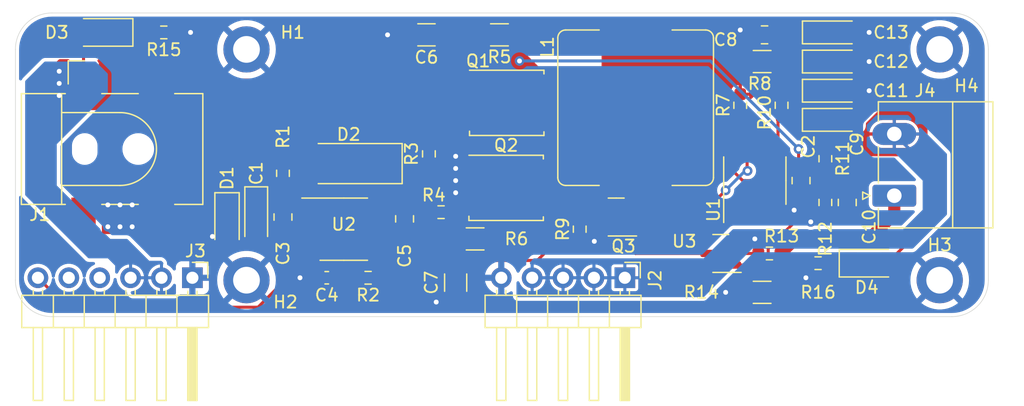
<source format=kicad_pcb>
(kicad_pcb (version 20211014) (generator pcbnew)
  (layers (0 "F.Cu" signal) (31 "B.Cu" signal) (34 "B.Paste" user) (35 "F.Paste" user) (36 "B.SilkS" user "B.Silkscreen") (37 "F.SilkS" user "F.Silkscreen") (38 "B.Mask" user) (39 "F.Mask" user) (44 "Edge.Cuts" user))
  (net 0 "")
  (net 1 "GND")
  (net 2 "Net-(C1-Pad1)")
  (net 3 "Net-(C5-Pad1)")
  (net 4 "/Uout")
  (net 5 "Net-(C7-Pad1)")
  (net 6 "+VDC")
  (net 7 "Net-(C6-Pad1)")
  (net 8 "Net-(L1-Pad2)")
  (net 9 "Net-(L1-Pad1)")
  (net 10 "Net-(Q1-Pad4)")
  (net 11 "/Ufb")
  (net 12 "Net-(Q3-Pad2)")
  (net 13 "Net-(Q3-Pad1)")
  (net 14 "Net-(R3-Pad1)")
  (net 15 "Net-(C4-Pad1)")
  (net 16 "Net-(C5-Pad2)")
  (net 17 "/Uref")
  (net 18 "Net-(J4-Pad1)")
  (net 19 "Net-(R4-Pad1)")
  (net 20 "Net-(R10-Pad2)")
  (net 24 "/RC")
  (net 25 "Net-(D3-Pad1)")
  (net 26 "Net-(D4-Pad1)")
  (net 27 "Net-(R4-Pad2)")
  (footprint "Capacitor_Tantalum_SMD:CP_EIA-3216-18_Kemet-A_Pad1.58x1.35mm_HandSolder" (layer "F.Cu") (at 108.8 105.8 -90)
    (fp_text reference "C1" (at -3.6 0 -90) (layer "F.SilkS"))
    (fp_text value "10u/20V")
    (pad "1" smd roundrect (at -1.4375 0 270) (size 1.575 1.35) (layers "F.Cu" "F.Paste" "F.Mask") (roundrect_rratio 0.185185) (net 2 "Net-(C1-Pad1)"))
    (pad "2" smd roundrect (at 1.4375 0 270) (size 1.575 1.35) (layers "F.Cu" "F.Paste" "F.Mask") (roundrect_rratio 0.185185) (net 1 "GND"))
  )
  (footprint "Capacitor_SMD:C_0805_2012Metric_Pad1.18x1.45mm_HandSolder" (layer "F.Cu") (at 111 105.8 -90)
    (fp_text reference "C3" (at 3 0 -90) (layer "F.SilkS"))
    (fp_text value "100n")
    (pad "1" smd roundrect (at -1.0375 0 270) (size 1.175 1.45) (layers "F.Cu" "F.Paste" "F.Mask") (roundrect_rratio 0.212766) (net 2 "Net-(C1-Pad1)"))
    (pad "2" smd roundrect (at 1.0375 0 270) (size 1.175 1.45) (layers "F.Cu" "F.Paste" "F.Mask") (roundrect_rratio 0.212766) (net 1 "GND"))
  )
  (footprint "Capacitor_SMD:C_0805_2012Metric_Pad1.18x1.45mm_HandSolder" (layer "F.Cu") (at 150.6 90.8 180)
    (fp_text reference "C8" (at 3.2 -0.4 180) (layer "F.SilkS"))
    (fp_text value "1u")
    (pad "1" smd roundrect (at -1.0375 0 180) (size 1.175 1.45) (layers "F.Cu" "F.Paste" "F.Mask") (roundrect_rratio 0.212766) (net 4 "/Uout"))
    (pad "2" smd roundrect (at 1.0375 0 180) (size 1.175 1.45) (layers "F.Cu" "F.Paste" "F.Mask") (roundrect_rratio 0.212766) (net 1 "GND"))
  )
  (footprint "Capacitor_SMD:C_0805_2012Metric_Pad1.18x1.45mm_HandSolder" (layer "F.Cu") (at 153.6 102.8 -90)
    (fp_text reference "C2" (at -2.8 -0.6 -90) (layer "F.SilkS"))
    (fp_text value "100n")
    (pad "1" smd roundrect (at -1.0375 0 270) (size 1.175 1.45) (layers "F.Cu" "F.Paste" "F.Mask") (roundrect_rratio 0.212766) (net 6 "+VDC"))
    (pad "2" smd roundrect (at 1.0375 0 270) (size 1.175 1.45) (layers "F.Cu" "F.Paste" "F.Mask") (roundrect_rratio 0.212766) (net 1 "GND"))
  )
  (footprint "Capacitor_SMD:C_0603_1608Metric_Pad1.08x0.95mm_HandSolder" (layer "F.Cu") (at 114.6 110.8 180)
    (fp_text reference "C4" (at 0 -1.43) (layer "F.SilkS"))
    (fp_text value "1n")
    (pad "1" smd roundrect (at -0.8625 0 180) (size 1.075 0.95) (layers "F.Cu" "F.Paste" "F.Mask") (net 15 "Net-(C4-Pad1)"))
    (pad "2" smd roundrect (at 0.8625 0 180) (size 1.075 0.95) (layers "F.Cu" "F.Paste" "F.Mask") (net 1 "GND"))
  )
  (footprint "Diode_SMD:D_SMA_Handsoldering" (layer "F.Cu") (at 116.4 101.4 180)
    (fp_text reference "D2" (at 0 2.4) (layer "F.SilkS"))
    (fp_text value "HS1J")
    (pad "1" smd rect (at -2.5 0 180) (size 3.5 1.8) (layers "F.Cu" "F.Paste" "F.Mask") (net 3 "Net-(C5-Pad1)"))
    (pad "2" smd rect (at 2.5 0 180) (size 3.5 1.8) (layers "F.Cu" "F.Paste" "F.Mask") (net 2 "Net-(C1-Pad1)"))
  )
  (footprint "Diode_SMD:D_SOD-123F" (layer "F.Cu") (at 106.4 106 -90)
    (fp_text reference "D1" (at -3.4 0 90) (layer "F.SilkS"))
    (fp_text value "15V")
    (pad "1" smd rect (at -1.4 0 270) (size 1.1 1.1) (layers "F.Cu" "F.Paste" "F.Mask") (net 2 "Net-(C1-Pad1)"))
    (pad "2" smd rect (at 1.4 0 270) (size 1.1 1.1) (layers "F.Cu" "F.Paste" "F.Mask") (net 1 "GND"))
  )
  (footprint "Connector_Phoenix_MC_HighVoltage:PhoenixContact_MC_1,5_2-G-5.08_1x02_P5.08mm_Horizontal" (layer "F.Cu") (at 161.2675 104.0425 90)
    (fp_text reference "J4" (at 8.6425 2.5325 180) (layer "F.SilkS"))
    (fp_text value "MSTB")
    (pad "1" thru_hole roundrect (at 0 0 90) (size 1.8 3.6) (drill 1.2) (layers *.Cu *.Mask) (roundrect_rratio 0.138889) (net 18 "Net-(J4-Pad1)"))
    (pad "2" thru_hole oval (at 5.08 0 90) (size 1.8 3.6) (drill 1.2) (layers *.Cu *.Mask) (net 4 "/Uout"))
  )
  (footprint "Inductor_SMD:L_Bourns_SRR1260" (layer "F.Cu") (at 140 96.8 90)
    (fp_text reference "L1" (at 5 -7.25 90) (layer "F.SilkS"))
    (fp_text value "6.8u")
    (pad "1" smd rect (at -4.85 0 90) (size 2.9 5.4) (layers "F.Cu" "F.Paste" "F.Mask") (net 9 "Net-(L1-Pad1)"))
    (pad "2" smd rect (at 4.85 0 90) (size 2.9 5.4) (layers "F.Cu" "F.Paste" "F.Mask") (net 8 "Net-(L1-Pad2)"))
  )
  (footprint "Package_TO_SOT_SMD:SOT-23" (layer "F.Cu") (at 138.4 105.8 180)
    (fp_text reference "Q3" (at -0.6 -2.4 180) (layer "F.SilkS"))
    (fp_text value "BC856A")
    (pad "1" smd roundrect (at -0.9375 -0.95 180) (size 1.475 0.6) (layers "F.Cu" "F.Paste" "F.Mask") (net 13 "Net-(Q3-Pad1)"))
    (pad "2" smd roundrect (at -0.9375 0.95 180) (size 1.475 0.6) (layers "F.Cu" "F.Paste" "F.Mask") (net 12 "Net-(Q3-Pad2)"))
    (pad "3" smd roundrect (at 0.9375 0 180) (size 1.475 0.6) (layers "F.Cu" "F.Paste" "F.Mask") (net 11 "/Ufb"))
  )
  (footprint "Resistor_SMD:R_1206_3216Metric_Pad1.30x1.75mm_HandSolder" (layer "F.Cu") (at 128.8 90.8 180)
    (fp_text reference "R5" (at 0 -1.82) (layer "F.SilkS"))
    (fp_text value "1R")
    (pad "1" smd roundrect (at -1.55 0 180) (size 1.3 1.75) (layers "F.Cu" "F.Paste" "F.Mask") (roundrect_rratio 0.192308) (net 6 "+VDC"))
    (pad "2" smd roundrect (at 1.55 0 180) (size 1.3 1.75) (layers "F.Cu" "F.Paste" "F.Mask") (roundrect_rratio 0.192308) (net 7 "Net-(C6-Pad1)"))
  )
  (footprint "Resistor_SMD:R_0603_1608Metric_Pad0.98x0.95mm_HandSolder" (layer "F.Cu") (at 111 102.2 -90)
    (fp_text reference "R1" (at -3 0 90) (layer "F.SilkS"))
    (fp_text value "1k")
    (pad "1" smd roundrect (at -0.9125 0 270) (size 0.975 0.95) (layers "F.Cu" "F.Paste" "F.Mask") (net 6 "+VDC"))
    (pad "2" smd roundrect (at 0.9125 0 270) (size 0.975 0.95) (layers "F.Cu" "F.Paste" "F.Mask") (net 2 "Net-(C1-Pad1)"))
  )
  (footprint "Resistor_SMD:R_0603_1608Metric_Pad0.98x0.95mm_HandSolder" (layer "F.Cu") (at 123 100.6 90)
    (fp_text reference "R3" (at 0 -1.43 90) (layer "F.SilkS"))
    (fp_text value "10R")
    (pad "1" smd roundrect (at -0.9125 0 90) (size 0.975 0.95) (layers "F.Cu" "F.Paste" "F.Mask") (net 14 "Net-(R3-Pad1)"))
    (pad "2" smd roundrect (at 0.9125 0 90) (size 0.975 0.95) (layers "F.Cu" "F.Paste" "F.Mask") (net 10 "Net-(Q1-Pad4)"))
  )
  (footprint "Resistor_SMD:R_1206_3216Metric_Pad1.30x1.75mm_HandSolder" (layer "F.Cu") (at 150.4 93 180)
    (fp_text reference "R8" (at 0.2 -1.82 180) (layer "F.SilkS"))
    (fp_text value "20m")
    (pad "1" smd roundrect (at -1.55 0 180) (size 1.3 1.75) (layers "F.Cu" "F.Paste" "F.Mask") (roundrect_rratio 0.192308) (net 4 "/Uout"))
    (pad "2" smd roundrect (at 1.55 0 180) (size 1.3 1.75) (layers "F.Cu" "F.Paste" "F.Mask") (roundrect_rratio 0.192308) (net 8 "Net-(L1-Pad2)"))
  )
  (footprint "Resistor_SMD:R_1206_3216Metric_Pad1.30x1.75mm_HandSolder" (layer "F.Cu") (at 126.8 107.6 180)
    (fp_text reference "R6" (at -3.4 0) (layer "F.SilkS"))
    (fp_text value "1R")
    (pad "1" smd roundrect (at -1.55 0 180) (size 1.3 1.75) (layers "F.Cu" "F.Paste" "F.Mask") (roundrect_rratio 0.192308) (net 9 "Net-(L1-Pad1)"))
    (pad "2" smd roundrect (at 1.55 0 180) (size 1.3 1.75) (layers "F.Cu" "F.Paste" "F.Mask") (roundrect_rratio 0.192308) (net 5 "Net-(C7-Pad1)"))
  )
  (footprint "Resistor_SMD:R_0603_1608Metric_Pad0.98x0.95mm_HandSolder" (layer "F.Cu") (at 124 105.4)
    (fp_text reference "R4" (at -0.6 -1.4) (layer "F.SilkS"))
    (fp_text value "10R")
    (pad "1" smd roundrect (at -0.9125 0) (size 0.975 0.95) (layers "F.Cu" "F.Paste" "F.Mask") (net 19 "Net-(R4-Pad1)"))
    (pad "2" smd roundrect (at 0.9125 0) (size 0.975 0.95) (layers "F.Cu" "F.Paste" "F.Mask") (net 27 "Net-(R4-Pad2)"))
  )
  (footprint "Resistor_SMD:R_0603_1608Metric_Pad0.98x0.95mm_HandSolder" (layer "F.Cu") (at 148.6 96.6 -90)
    (fp_text reference "R7" (at 0 1.4 -90) (layer "F.SilkS"))
    (fp_text value "1k")
    (pad "1" smd roundrect (at -0.9125 0 270) (size 0.975 0.95) (layers "F.Cu" "F.Paste" "F.Mask") (net 8 "Net-(L1-Pad2)"))
    (pad "2" smd roundrect (at 0.9125 0 270) (size 0.975 0.95) (layers "F.Cu" "F.Paste" "F.Mask") (net 12 "Net-(Q3-Pad2)"))
  )
  (footprint "Resistor_SMD:R_0603_1608Metric_Pad0.98x0.95mm_HandSolder" (layer "F.Cu") (at 152 96.6 -90)
    (fp_text reference "R10" (at 0.6 1.4 90) (layer "F.SilkS"))
    (fp_text value "1k")
    (pad "1" smd roundrect (at -0.9125 0 270) (size 0.975 0.95) (layers "F.Cu" "F.Paste" "F.Mask") (net 4 "/Uout"))
    (pad "2" smd roundrect (at 0.9125 0 270) (size 0.975 0.95) (layers "F.Cu" "F.Paste" "F.Mask") (net 20 "Net-(R10-Pad2)"))
  )
  (footprint "Resistor_SMD:R_0603_1608Metric_Pad0.98x0.95mm_HandSolder" (layer "F.Cu") (at 155.6 101 -90)
    (fp_text reference "R11" (at 0 -1.43 -90) (layer "F.SilkS"))
    (fp_text value "30k")
    (pad "1" smd roundrect (at -0.9125 0 270) (size 0.975 0.95) (layers "F.Cu" "F.Paste" "F.Mask") (net 4 "/Uout"))
    (pad "2" smd roundrect (at 0.9125 0 270) (size 0.975 0.95) (layers "F.Cu" "F.Paste" "F.Mask") (net 17 "/Uref"))
  )
  (footprint "Resistor_SMD:R_0603_1608Metric_Pad0.98x0.95mm_HandSolder" (layer "F.Cu") (at 151 108.8)
    (fp_text reference "R13" (at 1 -1.43) (layer "F.SilkS"))
    (fp_text value "0R")
    (pad "1" smd roundrect (at -0.9125 0) (size 0.975 0.95) (layers "F.Cu" "F.Paste" "F.Mask") (net 11 "/Ufb"))
    (pad "2" smd roundrect (at 0.9125 0) (size 0.975 0.95) (layers "F.Cu" "F.Paste" "F.Mask") (net 18 "Net-(J4-Pad1)"))
  )
  (footprint "Resistor_SMD:R_1206_3216Metric_Pad1.30x1.75mm_HandSolder" (layer "F.Cu") (at 150.4 112 180)
    (fp_text reference "R14" (at 5 0) (layer "F.SilkS"))
    (fp_text value "0R")
    (pad "1" smd roundrect (at -1.55 0 180) (size 1.3 1.75) (layers "F.Cu" "F.Paste" "F.Mask") (roundrect_rratio 0.192308) (net 18 "Net-(J4-Pad1)"))
    (pad "2" smd roundrect (at 1.55 0 180) (size 1.3 1.75) (layers "F.Cu" "F.Paste" "F.Mask") (roundrect_rratio 0.192308) (net 1 "GND"))
  )
  (footprint "Resistor_SMD:R_0603_1608Metric_Pad0.98x0.95mm_HandSolder" (layer "F.Cu") (at 118 110.8 180)
    (fp_text reference "R2" (at 0 -1.43) (layer "F.SilkS"))
    (fp_text value "100R")
    (pad "1" smd roundrect (at -0.9125 0 180) (size 0.975 0.95) (layers "F.Cu" "F.Paste" "F.Mask") (net 11 "/Ufb"))
    (pad "2" smd roundrect (at 0.9125 0 180) (size 0.975 0.95) (layers "F.Cu" "F.Paste" "F.Mask") (net 15 "Net-(C4-Pad1)"))
  )
  (footprint "Resistor_SMD:R_0603_1608Metric_Pad0.98x0.95mm_HandSolder" (layer "F.Cu") (at 135.4 106.8 -90)
    (fp_text reference "R9" (at 0 1.4 -90) (layer "F.SilkS"))
    (fp_text value "5k")
    (pad "1" smd roundrect (at -0.9125 0 270) (size 0.975 0.95) (layers "F.Cu" "F.Paste" "F.Mask") (net 11 "/Ufb"))
    (pad "2" smd roundrect (at 0.9125 0 270) (size 0.975 0.95) (layers "F.Cu" "F.Paste" "F.Mask") (net 1 "GND"))
  )
  (footprint "Package_SO:SOIC-8_3.9x4.9mm_P1.27mm" (layer "F.Cu") (at 116 106.8)
    (fp_text reference "U2" (at 0 -0.4) (layer "F.SilkS"))
    (fp_text value "IRS25411")
    (pad "1" smd roundrect (at -2.475 -1.905) (size 1.95 0.6) (layers "F.Cu" "F.Paste" "F.Mask") (net 2 "Net-(C1-Pad1)"))
    (pad "2" smd roundrect (at -2.475 -0.635) (size 1.95 0.6) (layers "F.Cu" "F.Paste" "F.Mask") (net 1 "GND"))
    (pad "3" smd roundrect (at -2.475 0.635) (size 1.95 0.6) (layers "F.Cu" "F.Paste" "F.Mask") (net 15 "Net-(C4-Pad1)"))
    (pad "4" smd roundrect (at -2.475 1.905) (size 1.95 0.6) (layers "F.Cu" "F.Paste" "F.Mask") (net 24 "/RC"))
    (pad "5" smd roundrect (at 2.475 1.905) (size 1.95 0.6) (layers "F.Cu" "F.Paste" "F.Mask") (net 19 "Net-(R4-Pad1)"))
    (pad "6" smd roundrect (at 2.475 0.635) (size 1.95 0.6) (layers "F.Cu" "F.Paste" "F.Mask") (net 16 "Net-(C5-Pad2)"))
    (pad "7" smd roundrect (at 2.475 -0.635) (size 1.95 0.6) (layers "F.Cu" "F.Paste" "F.Mask") (net 14 "Net-(R3-Pad1)"))
    (pad "8" smd roundrect (at 2.475 -1.905) (size 1.95 0.6) (layers "F.Cu" "F.Paste" "F.Mask") (net 3 "Net-(C5-Pad1)"))
  )
  (footprint "Package_TO_SOT_SMD:SOT-23" (layer "F.Cu") (at 147 108.8 180)
    (fp_text reference "U3" (at 3 1) (layer "F.SilkS"))
    (fp_text value "TS431ACXRF")
    (pad "1" smd roundrect (at -0.9375 -0.95 180) (size 1.475 0.6) (layers "F.Cu" "F.Paste" "F.Mask") (net 17 "/Uref"))
    (pad "2" smd roundrect (at -0.9375 0.95 180) (size 1.475 0.6) (layers "F.Cu" "F.Paste" "F.Mask") (net 4 "/Uout"))
    (pad "3" smd roundrect (at 0.9375 0 180) (size 1.475 0.6) (layers "F.Cu" "F.Paste" "F.Mask") (net 11 "/Ufb"))
  )
  (footprint "Package_SO:SOIC-8_3.9x4.9mm_P1.27mm" (layer "F.Cu") (at 149.8 102.8 90)
    (fp_text reference "U1" (at -2.4 -3.4 90) (layer "F.SilkS"))
    (fp_text value "LM258")
    (pad "1" smd roundrect (at -2.475 -1.905 90) (size 1.95 0.6) (layers "F.Cu" "F.Paste" "F.Mask"))
    (pad "2" smd roundrect (at -2.475 -0.635 90) (size 1.95 0.6) (layers "F.Cu" "F.Paste" "F.Mask") (net 1 "GND"))
    (pad "3" smd roundrect (at -2.475 0.635 90) (size 1.95 0.6) (layers "F.Cu" "F.Paste" "F.Mask") (net 1 "GND"))
    (pad "4" smd roundrect (at -2.475 1.905 90) (size 1.95 0.6) (layers "F.Cu" "F.Paste" "F.Mask") (net 1 "GND"))
    (pad "5" smd roundrect (at 2.475 1.905 90) (size 1.95 0.6) (layers "F.Cu" "F.Paste" "F.Mask") (net 20 "Net-(R10-Pad2)"))
    (pad "6" smd roundrect (at 2.475 0.635 90) (size 1.95 0.6) (layers "F.Cu" "F.Paste" "F.Mask") (net 12 "Net-(Q3-Pad2)"))
    (pad "7" smd roundrect (at 2.475 -0.635 90) (size 1.95 0.6) (layers "F.Cu" "F.Paste" "F.Mask") (net 13 "Net-(Q3-Pad1)"))
    (pad "8" smd roundrect (at 2.475 -1.905 90) (size 1.95 0.6) (layers "F.Cu" "F.Paste" "F.Mask") (net 6 "+VDC"))
  )
  (footprint "Capacitor_SMD:C_0805_2012Metric_Pad1.18x1.45mm_HandSolder" (layer "F.Cu") (at 121 105.95 -90)
    (fp_text reference "C5" (at 3.05 0 -90) (layer "F.SilkS"))
    (fp_text value "100n")
    (pad "1" smd roundrect (at -1.0375 0 270) (size 1.175 1.45) (layers "F.Cu" "F.Paste" "F.Mask") (roundrect_rratio 0.212766) (net 3 "Net-(C5-Pad1)"))
    (pad "2" smd roundrect (at 1.0375 0 270) (size 1.175 1.45) (layers "F.Cu" "F.Paste" "F.Mask") (roundrect_rratio 0.212766) (net 16 "Net-(C5-Pad2)"))
  )
  (footprint "Package_TO_SOT_SMD:TDSON-8-1" (layer "F.Cu") (at 129.4 96.4)
    (fp_text reference "Q1" (at -2.35 -3.45) (layer "F.SilkS"))
    (fp_text value "BSC027N06LS5")
    (pad "1" smd rect (at -2.9 -1.905) (size 0.85 0.5) (layers "F.Cu" "F.Paste" "F.Mask") (net 9 "Net-(L1-Pad1)"))
    (pad "2" smd rect (at -2.9 -0.635) (size 0.85 0.5) (layers "F.Cu" "F.Paste" "F.Mask") (net 9 "Net-(L1-Pad1)"))
    (pad "3" smd rect (at -2.9 0.635) (size 0.85 0.5) (layers "F.Cu" "F.Paste" "F.Mask") (net 9 "Net-(L1-Pad1)"))
    (pad "4" smd rect (at -2.9 1.905) (size 0.85 0.5) (layers "F.Cu" "F.Paste" "F.Mask") (net 10 "Net-(Q1-Pad4)"))
    (pad "5" smd rect (at 1.05 0) (size 4.55 4.41) (layers "F.Cu") (net 6 "+VDC"))
  )
  (footprint "Capacitor_SMD:C_1206_3216Metric_Pad1.33x1.80mm_HandSolder" (layer "F.Cu") (at 122.8 90.8 180)
    (fp_text reference "C6" (at 0 -1.85) (layer "F.SilkS"))
    (fp_text value "1n")
    (pad "1" smd roundrect (at -1.5625 0 180) (size 1.325 1.8) (layers "F.Cu" "F.Paste" "F.Mask") (roundrect_rratio 0.188679) (net 7 "Net-(C6-Pad1)"))
    (pad "2" smd roundrect (at 1.5625 0 180) (size 1.325 1.8) (layers "F.Cu" "F.Paste" "F.Mask") (roundrect_rratio 0.188679) (net 1 "GND"))
  )
  (footprint "Capacitor_SMD:C_1206_3216Metric_Pad1.33x1.80mm_HandSolder" (layer "F.Cu") (at 125.2 111.2 -90)
    (fp_text reference "C7" (at 0 2 90) (layer "F.SilkS"))
    (fp_text value "1n")
    (pad "1" smd roundrect (at -1.5625 0 270) (size 1.325 1.8) (layers "F.Cu" "F.Paste" "F.Mask") (roundrect_rratio 0.188679) (net 5 "Net-(C7-Pad1)"))
    (pad "2" smd roundrect (at 1.5625 0 270) (size 1.325 1.8) (layers "F.Cu" "F.Paste" "F.Mask") (roundrect_rratio 0.188679) (net 1 "GND"))
  )
  (footprint "Resistor_SMD:R_0603_1608Metric_Pad0.98x0.95mm_HandSolder" (layer "F.Cu") (at 155.6 104.6 -90)
    (fp_text reference "R12" (at 3 0 -90) (layer "F.SilkS"))
    (fp_text value "10k")
    (pad "1" smd roundrect (at -0.9125 0 270) (size 0.975 0.95) (layers "F.Cu" "F.Paste" "F.Mask") (net 17 "/Uref"))
    (pad "2" smd roundrect (at 0.9125 0 270) (size 0.975 0.95) (layers "F.Cu" "F.Paste" "F.Mask") (net 1 "GND"))
  )
  (footprint "Capacitor_Tantalum_SMD:CP_EIA-3216-18_Kemet-A_Pad1.58x1.35mm_HandSolder" (layer "F.Cu") (at 156.2 93)
    (fp_text reference "C12" (at 4.8 0) (layer "F.SilkS"))
    (fp_text value "10u/20V")
    (pad "1" smd roundrect (at -1.4375 0) (size 1.575 1.35) (layers "F.Cu" "F.Paste" "F.Mask") (roundrect_rratio 0.185185) (net 4 "/Uout"))
    (pad "2" smd roundrect (at 1.4375 0) (size 1.575 1.35) (layers "F.Cu" "F.Paste" "F.Mask") (roundrect_rratio 0.185185) (net 1 "GND"))
  )
  (footprint "MountingHole:MountingHole_2.2mm_M2_DIN965_Pad_TopBottom" (layer "F.Cu") (at 165 92)
    (fp_text reference "H4" (at 2.2 3) (layer "F.SilkS"))
    (fp_text value "MountingHole_Pad")
    (pad "1" connect circle (at 0 0) (size 3.8 3.8) (layers "B.Cu" "B.Mask") (net 1 "GND"))
    (pad "1" connect circle (at 0 0) (size 3.8 3.8) (layers "F.Cu" "F.Mask") (net 1 "GND"))
    (pad "1" thru_hole circle (at 0 0) (size 2.6 2.6) (drill 2.2) (layers *.Cu *.Mask) (net 1 "GND"))
  )
  (footprint "Resistor_SMD:R_0603_1608Metric_Pad0.98x0.95mm_HandSolder" (layer "F.Cu") (at 155 109.6)
    (fp_text reference "R16" (at 0 2.4) (layer "F.SilkS"))
    (fp_text value "435R")
    (pad "1" smd roundrect (at -0.9125 0) (size 0.975 0.95) (layers "F.Cu" "F.Paste" "F.Mask") (net 1 "GND"))
    (pad "2" smd roundrect (at 0.9125 0) (size 0.975 0.95) (layers "F.Cu" "F.Paste" "F.Mask") (net 26 "Net-(D4-Pad1)"))
  )
  (footprint "Capacitor_Tantalum_SMD:CP_EIA-3216-18_Kemet-A_Pad1.58x1.35mm_HandSolder" (layer "F.Cu") (at 156.2 95.4)
    (fp_text reference "C11" (at 4.8 0) (layer "F.SilkS"))
    (fp_text value "10u/20V")
    (pad "1" smd roundrect (at -1.4375 0) (size 1.575 1.35) (layers "F.Cu" "F.Paste" "F.Mask") (roundrect_rratio 0.185185) (net 4 "/Uout"))
    (pad "2" smd roundrect (at 1.4375 0) (size 1.575 1.35) (layers "F.Cu" "F.Paste" "F.Mask") (roundrect_rratio 0.185185) (net 1 "GND"))
  )
  (footprint "LED_SMD:LED_1206_3216Metric_Pad1.42x1.75mm_HandSolder" (layer "F.Cu") (at 159.2 109.6)
    (fp_text reference "D4" (at -0.2 2) (layer "F.SilkS"))
    (fp_text value "KPTD-3216ZGC-01")
    (pad "1" smd roundrect (at -1.4875 0) (size 1.425 1.75) (layers "F.Cu" "F.Paste" "F.Mask") (roundrect_rratio 0.175439) (net 26 "Net-(D4-Pad1)"))
    (pad "2" smd roundrect (at 1.4875 0) (size 1.425 1.75) (layers "F.Cu" "F.Paste" "F.Mask") (roundrect_rratio 0.175439) (net 4 "/Uout"))
  )
  (footprint "Capacitor_SMD:C_0805_2012Metric_Pad1.18x1.45mm_HandSolder" (layer "F.Cu") (at 157.4 104.6 -90)
    (fp_text reference "C10" (at 2 -1.8 -90) (layer "F.SilkS"))
    (fp_text value "100n")
    (pad "1" smd roundrect (at -1.0375 0 270) (size 1.175 1.45) (layers "F.Cu" "F.Paste" "F.Mask") (roundrect_rratio 0.212766) (net 17 "/Uref"))
    (pad "2" smd roundrect (at 1.0375 0 270) (size 1.175 1.45) (layers "F.Cu" "F.Paste" "F.Mask") (roundrect_rratio 0.212766) (net 1 "GND"))
  )
  (footprint "Capacitor_Tantalum_SMD:CP_EIA-3216-18_Kemet-A_Pad1.58x1.35mm_HandSolder" (layer "F.Cu") (at 156.2 97.8)
    (fp_text reference "C9" (at 2 2 90) (layer "F.SilkS"))
    (fp_text value "10u/20V")
    (pad "1" smd roundrect (at -1.4375 0) (size 1.575 1.35) (layers "F.Cu" "F.Paste" "F.Mask") (roundrect_rratio 0.185185) (net 4 "/Uout"))
    (pad "2" smd roundrect (at 1.4375 0) (size 1.575 1.35) (layers "F.Cu" "F.Paste" "F.Mask") (roundrect_rratio 0.185185) (net 1 "GND"))
  )
  (footprint "LED_SMD:LED_1206_3216Metric_Pad1.42x1.75mm_HandSolder" (layer "F.Cu") (at 96.2 90.6 180)
    (fp_text reference "D3" (at 3.8 0) (layer "F.SilkS"))
    (fp_text value "KPTD-3216ZGC-01")
    (pad "1" smd roundrect (at -1.4875 0 180) (size 1.425 1.75) (layers "F.Cu" "F.Paste" "F.Mask") (roundrect_rratio 0.175439) (net 25 "Net-(D3-Pad1)"))
    (pad "2" smd roundrect (at 1.4875 0 180) (size 1.425 1.75) (layers "F.Cu" "F.Paste" "F.Mask") (roundrect_rratio 0.175439) (net 6 "+VDC"))
  )
  (footprint "Connector_BarrelJack:BarrelJack_CLIFF_FC681465S_SMT_Horizontal" (layer "F.Cu") (at 97.6 100.2)
    (fp_text reference "J1" (at -6.6 5.4 180) (layer "F.SilkS"))
    (fp_text value "CLIFF_FC68148S")
    (pad "" np_thru_hole circle (at 1.5 0 90) (size 2 2) (drill 2) (layers *.Cu *.Mask))
    (pad "" np_thru_hole oval (at -2.9 0 90) (size 2 1.5) (drill oval 2 1.5) (layers *.Cu *.Mask))
    (pad "1" smd rect (at -3 -5.5 90) (size 3 2) (layers "F.Cu" "F.Paste" "F.Mask") (net 6 "+VDC"))
    (pad "1" smd rect (at 3 -5.5 90) (size 3 2) (layers "F.Cu" "F.Paste" "F.Mask") (net 6 "+VDC"))
    (pad "2" smd rect (at 3 5.5 90) (size 3 2) (layers "F.Cu" "F.Paste" "F.Mask") (net 1 "GND"))
    (pad "3" smd rect (at -3 5.5 90) (size 3 2) (layers "F.Cu" "F.Paste" "F.Mask") (net 1 "GND"))
  )
  (footprint "MountingHole:MountingHole_2.2mm_M2_DIN965_Pad_TopBottom" (layer "F.Cu") (at 108 92)
    (fp_text reference "H1" (at 3.8 -1.4) (layer "F.SilkS"))
    (fp_text value "MountingHole_Pad")
    (pad "1" connect circle (at 0 0) (size 3.8 3.8) (layers "F.Cu" "F.Mask") (net 1 "GND"))
    (pad "1" thru_hole circle (at 0 0) (size 2.6 2.6) (drill 2.2) (layers *.Cu *.Mask) (net 1 "GND"))
    (pad "1" connect circle (at 0 0) (size 3.8 3.8) (layers "B.Cu" "B.Mask") (net 1 "GND"))
  )
  (footprint "MountingHole:MountingHole_2.2mm_M2_DIN965_Pad_TopBottom" (layer "F.Cu") (at 165 111)
    (fp_text reference "H3" (at 0 -2.9) (layer "F.SilkS"))
    (fp_text value "MountingHole_Pad")
    (pad "1" connect circle (at 0 0) (size 3.8 3.8) (layers "B.Cu" "B.Mask") (net 1 "GND"))
    (pad "1" thru_hole circle (at 0 0) (size 2.6 2.6) (drill 2.2) (layers *.Cu *.Mask) (net 1 "GND"))
    (pad "1" connect circle (at 0 0) (size 3.8 3.8) (layers "F.Cu" "F.Mask") (net 1 "GND"))
  )
  (footprint "Connector_PinHeader_2.54mm:PinHeader_1x05_P2.54mm_Horizontal" (layer "F.Cu") (at 139.11 110.8 -90)
    (fp_text reference "J2" (at 0.2 -2.49 90) (layer "F.SilkS"))
    (fp_text value "Conn_01x05")
    (pad "1" thru_hole rect locked (at 0 0 270) (size 1.7 1.7) (drill 1) (layers *.Cu *.Mask) (net 4 "/Uout"))
    (pad "2" thru_hole oval locked (at 0 2.54 270) (size 1.7 1.7) (drill 1) (layers *.Cu *.Mask) (net 4 "/Uout"))
    (pad "3" thru_hole oval locked (at 0 5.08 270) (size 1.7 1.7) (drill 1) (layers *.Cu *.Mask) (net 4 "/Uout"))
    (pad "4" thru_hole oval locked (at 0 7.62 270) (size 1.7 1.7) (drill 1) (layers *.Cu *.Mask) (net 4 "/Uout"))
    (pad "5" thru_hole oval locked (at 0 10.16 270) (size 1.7 1.7) (drill 1) (layers *.Cu *.Mask) (net 1 "GND"))
  )
  (footprint "Capacitor_Tantalum_SMD:CP_EIA-3216-18_Kemet-A_Pad1.58x1.35mm_HandSolder" (layer "F.Cu") (at 156.2 90.6)
    (fp_text reference "C13" (at 4.8 0) (layer "F.SilkS"))
    (fp_text value "10u/20V")
    (pad "1" smd roundrect (at -1.4375 0) (size 1.575 1.35) (layers "F.Cu" "F.Paste" "F.Mask") (roundrect_rratio 0.185185) (net 4 "/Uout"))
    (pad "2" smd roundrect (at 1.4375 0) (size 1.575 1.35) (layers "F.Cu" "F.Paste" "F.Mask") (roundrect_rratio 0.185185) (net 1 "GND"))
  )
  (footprint "Resistor_SMD:R_0603_1608Metric_Pad0.98x0.95mm_HandSolder" (layer "F.Cu") (at 101.2 90.6 180)
    (fp_text reference "R15" (at 0 -1.43) (layer "F.SilkS"))
    (fp_text value "1k3")
    (pad "1" smd roundrect (at -0.9125 0 180) (size 0.975 0.95) (layers "F.Cu" "F.Paste" "F.Mask") (net 1 "GND"))
    (pad "2" smd roundrect (at 0.9125 0 180) (size 0.975 0.95) (layers "F.Cu" "F.Paste" "F.Mask") (net 25 "Net-(D3-Pad1)"))
  )
  (footprint "Package_TO_SOT_SMD:TDSON-8-1" (layer "F.Cu") (at 129.35 103.4)
    (fp_text reference "Q2" (at 0 -3.5) (layer "F.SilkS"))
    (fp_text value "BSC027N06LS5")
    (pad "1" smd rect (at -2.9 -1.905) (size 0.85 0.5) (layers "F.Cu" "F.Paste" "F.Mask") (net 1 "GND"))
    (pad "2" smd rect (at -2.9 -0.635) (size 0.85 0.5) (layers "F.Cu" "F.Paste" "F.Mask") (net 1 "GND"))
    (pad "3" smd rect (at -2.9 0.635) (size 0.85 0.5) (layers "F.Cu" "F.Paste" "F.Mask") (net 1 "GND"))
    (pad "4" smd rect (at -2.9 1.905) (size 0.85 0.5) (layers "F.Cu" "F.Paste" "F.Mask") (net 27 "Net-(R4-Pad2)"))
    (pad "5" smd rect (at 1.05 0) (size 4.55 4.41) (layers "F.Cu") (net 9 "Net-(L1-Pad1)"))
  )
  (footprint "MountingHole:MountingHole_2.2mm_M2_DIN965_Pad_TopBottom" (layer "F.Cu") (at 108 111)
    (fp_text reference "H2" (at 3.2 1.8) (layer "F.SilkS"))
    (fp_text value "MountingHole_Pad")
    (pad "1" thru_hole circle (at 0 0) (size 2.6 2.6) (drill 2.2) (layers *.Cu *.Mask) (net 1 "GND"))
    (pad "1" connect circle (at 0 0) (size 3.8 3.8) (layers "F.Cu" "F.Mask") (net 1 "GND"))
    (pad "1" connect circle (at 0 0) (size 3.8 3.8) (layers "B.Cu" "B.Mask") (net 1 "GND"))
  )
  (footprint "Connector_PinHeader_2.54mm:PinHeader_1x06_P2.54mm_Horizontal" (layer "F.Cu") (at 103.55 110.8 -90)
    (fp_text reference "J3" (at -2.2 -0.25 180) (layer "F.SilkS"))
    (fp_text value "Conn_01x06")
    (pad "1" thru_hole rect locked (at 0 0 270) (size 1.7 1.7) (drill 1) (layers *.Cu *.Mask) (net 1 "GND"))
    (pad "2" thru_hole oval locked (at 0 2.54 270) (size 1.7 1.7) (drill 1) (layers *.Cu *.Mask) (net 6 "+VDC"))
    (pad "3" thru_hole oval locked (at 0 5.08 270) (size 1.7 1.7) (drill 1) (layers *.Cu *.Mask) (net 6 "+VDC"))
    (pad "4" thru_hole oval locked (at 0 7.62 270) (size 1.7 1.7) (drill 1) (layers *.Cu *.Mask))
    (pad "5" thru_hole oval locked (at 0 10.16 270) (size 1.7 1.7) (drill 1) (layers *.Cu *.Mask))
    (pad "6" thru_hole oval locked (at 0 12.7 270) (size 1.7 1.7) (drill 1) (layers *.Cu *.Mask) (net 24 "/RC"))
  )
  (gr_line (start 89 92) (end 89 111) (layer "Edge.Cuts") (width 0.05))
  (gr_arc (start 166 89) (mid 168.12132 89.87868) (end 169 92) (layer "Edge.Cuts") (width 0.05))
  (gr_line (start 92 114) (end 166 114) (layer "Edge.Cuts") (width 0.05))
  (gr_line (start 166 89) (end 92 89) (layer "Edge.Cuts") (width 0.05))
  (gr_line (start 169 111) (end 169 92) (layer "Edge.Cuts") (width 0.05))
  (gr_arc (start 169 111) (mid 168.12132 113.12132) (end 166 114) (layer "Edge.Cuts") (width 0.05))
  (gr_arc (start 89 92) (mid 89.87868 89.87868) (end 92 89) (layer "Edge.Cuts") (width 0.05))
  (gr_arc (start 92 114) (mid 89.87868 113.12132) (end 89 111) (layer "Edge.Cuts") (width 0.05))
  (segment (start 154.0875 109.6) (end 154.0875 110.7125) (width 0.25) (layer "F.Cu") (net 1))
  (segment (start 157.6375 90.6) (end 157.6375 93) (width 0.25) (layer "F.Cu") (net 1))
  (segment (start 126.45 102.765) (end 126.45 101.495) (width 0.25) (layer "F.Cu") (net 1))
  (segment (start 153.6 104.6629) (end 153.03145 105.23145) (width 0.25) (layer "F.Cu") (net 1))
  (segment (start 157.6375 93) (end 157.6375 95.4) (width 0.25) (layer "F.Cu") (net 1))
  (segment (start 148.85 112) (end 147.4 112) (width 1) (layer "F.Cu") (net 1))
  (segment (start 125.2 112.7625) (end 123.6375 112.7625) (width 0.25) (layer "F.Cu") (net 1))
  (segment (start 149.7375 90.8) (end 149 90.8) (width 0.25) (layer "F.Cu") (net 1))
  (segment (start 100.6 105.7) (end 103.55 108.65) (width 0.25) (layer "F.Cu") (net 1))
  (segment (start 154.0875 110.7125) (end 154 110.8) (width 0.25) (layer "F.Cu") (net 1))
  (segment (start 149 90.8) (end 148.6 90.4) (width 0.25) (layer "F.Cu") (net 1))
  (segment (start 135.4 107.7125) (end 136.5125 107.7125) (width 0.25) (layer "F.Cu") (net 1))
  (segment (start 157.6375 90.6) (end 159.2 90.6) (width 0.25) (layer "F.Cu") (net 1))
  (segment (start 155.0875 105.5125) (end 154.4 106.2) (width 0.25) (layer "F.Cu") (net 1))
  (segment (start 157.6375 95.4) (end 159.2 95.4) (width 0.25) (layer "F.Cu") (net 1))
  (segment (start 157.6375 95.4) (end 157.6375 97.8) (width 0.25) (layer "F.Cu") (net 1))
  (segment (start 111 106.8375) (end 109.4 106.8375) (width 0.25) (layer "F.Cu") (net 1))
  (segment (start 94.6 105.7) (end 100.6 105.7) (width 0.25) (layer "F.Cu") (net 1))
  (segment (start 155.725 105.6375) (end 155.6 105.5125) (width 0.25) (layer "F.Cu") (net 1))
  (segment (start 106.7625 107.2375) (end 106.6 107.4) (width 0.25) (layer "F.Cu") (net 1))
  (segment (start 153.6 103.8375) (end 153.1425 103.8375) (width 0.25) (layer "F.Cu") (net 1))
  (segment (start 149.165 105.275) (end 150.435 105.275) (width 0.25) (layer "F.Cu") (net 1))
  (segment (start 113.7375 110.8) (end 112.4 110.8) (width 0.25) (layer "F.Cu") (net 1))
  (segment (start 153.6 103.8375) (end 153.6 104.6629) (width 0.25) (layer "F.Cu") (net 1))
  (segment (start 106.6 107.4) (end 105.2 107.4) (width 0.25) (layer "F.Cu") (net 1))
  (segment (start 136.5125 107.7125) (end 136.6 107.8) (width 0.25) (layer "F.Cu") (net 1))
  (segment (start 157.6375 93) (end 159.2 93) (width 0.25) (layer "F.Cu") (net 1))
  (segment (start 157.2 105.6375) (end 155.725 105.6375) (width 0.25) (layer "F.Cu") (net 1))
  (segment (start 113.525 106.165) (end 111.6725 106.165) (width 0.25) (layer "F.Cu") (net 1))
  (segment (start 150.435 105.275) (end 151.705 105.275) (width 0.25) (layer "F.Cu") (net 1))
  (segment (start 126.45 104.035) (end 126.45 102.765) (width 0.25) (layer "F.Cu") (net 1))
  (segment (start 155.6 105.5125) (end 155.0875 105.5125) (width 0.25) (layer "F.Cu") (net 1))
  (segment (start 103.55 108.65) (end 103.55 110.8) (width 0.25) (layer "F.Cu") (net 1))
  (segment (start 109 107.2375) (end 106.7625 107.2375) (width 0.25) (layer "F.Cu") (net 1))
  (segment (start 111.6725 106.165) (end 111 106.8375) (width 0.25) (layer "F.Cu") (net 1))
  (segment (start 153.1425 103.8375) (end 151.705 105.275) (width 0.25) (layer "F.Cu") (net 1))
  (segment (start 123.6375 112.7625) (end 123.6 112.8) (width 0.25) (layer "F.Cu") (net 1))
  (segment (start 121.2375 90.8) (end 119.6 90.8) (width 0.25) (layer "F.Cu") (net 1))
  (segment (start 109.4 106.8375) (end 109 107.2375) (width 0.25) (layer "F.Cu") (net 1))
  (segment (start 102.1125 90.6) (end 103.4 90.6) (width 0.25) (layer "F.Cu") (net 1))
  (via (at 96.6 104.8) (size 0.8) (drill 0.4) (layers "F.Cu" "B.Cu") (net 1))
  (via (at 159.2 95.4) (size 0.8) (drill 0.4) (layers "F.Cu" "B.Cu") (net 1))
  (via (at 147.4 112) (size 0.8) (drill 0.4) (layers "F.Cu" "B.Cu") (net 1))
  (via (at 97.6 104.8) (size 0.8) (drill 0.4) (layers "F.Cu" "B.Cu") (net 1))
  (via (at 153.03145 105.23145) (size 0.8) (drill 0.4) (layers "F.Cu" "B.Cu") (net 1))
  (via (at 159.2 93) (size 0.8) (drill 0.4) (layers "F.Cu" "B.Cu") (net 1))
  (via (at 98.6 104.8) (size 0.8) (drill 0.4) (layers "F.Cu" "B.Cu") (net 1))
  (via (at 125.2 103.8) (size 0.8) (drill 0.4) (layers "F.Cu" "B.Cu") (net 1))
  (via (at 125.2 101.8) (size 0.8) (drill 0.4) (layers "F.Cu" "B.Cu") (net 1))
  (via (at 96.6 106.6) (size 0.8) (drill 0.4) (layers "F.Cu" "B.Cu") (net 1))
  (via (at 125.2 100.8) (size 0.8) (drill 0.4) (layers "F.Cu" "B.Cu") (net 1))
  (via (at 154 110.8) (size 0.8) (drill 0.4) (layers "F.Cu" "B.Cu") (net 1))
  (via (at 123.6 112.8) (size 0.8) (drill 0.4) (layers "F.Cu" "B.Cu") (net 1))
  (via (at 119.6 90.8) (size 0.8) (drill 0.4) (layers "F.Cu" "B.Cu") (net 1))
  (via (at 97.6 106.6) (size 0.8) (drill 0.4) (layers "F.Cu" "B.Cu") (net 1))
  (via (at 136.6 107.8) (size 0.8) (drill 0.4) (layers "F.Cu" "B.Cu") (net 1))
  (via (at 154.4 106.2) (size 0.8) (drill 0.4) (layers "F.Cu" "B.Cu") (net 1))
  (via (at 148.6 90.4) (size 0.8) (drill 0.4) (layers "F.Cu" "B.Cu") (net 1))
  (via (at 159.2 90.6) (size 0.8) (drill 0.4) (layers "F.Cu" "B.Cu") (net 1))
  (via (at 105.2 107.4) (size 0.8) (drill 0.4) (layers "F.Cu" "B.Cu") (net 1))
  (via (at 112.4 110.8) (size 0.8) (drill 0.4) (layers "F.Cu" "B.Cu") (net 1))
  (via (at 125.2 102.8) (size 0.8) (drill 0.4) (layers "F.Cu" "B.Cu") (net 1))
  (via (at 103.4 90.6) (size 0.8) (drill 0.4) (layers "F.Cu" "B.Cu") (net 1))
  (via (at 98.6 106.6) (size 0.8) (drill 0.4) (layers "F.Cu" "B.Cu") (net 1))
  (segment (start 110.6 104.3625) (end 111 104.7625) (width 0.25) (layer "F.Cu") (net 2))
  (segment (start 111.106547 104.895) (end 113.525 104.895) (width 0.25) (layer "F.Cu") (net 2))
  (segment (start 106.6 104.6) (end 108.7625 104.6) (width 0.25) (layer "F.Cu") (net 2))
  (segment (start 109 104.3625) (end 110.6 104.3625) (width 0.25) (layer "F.Cu") (net 2))
  (segment (start 112.1875 103.1125) (end 111 103.1125) (width 0.25) (layer "F.Cu") (net 2))
  (segment (start 113.9 101.4) (end 112.1875 103.1125) (width 0.25) (layer "F.Cu") (net 2))
  (segment (start 111 104.788453) (end 111.106547 104.895) (width 0.25) (layer "F.Cu") (net 2))
  (segment (start 108.7625 104.6) (end 109 104.3625) (width 0.25) (layer "F.Cu") (net 2))
  (segment (start 111 104.7625) (end 111 104.788453) (width 0.25) (layer "F.Cu") (net 2))
  (segment (start 111 103.1125) (end 111 104.7625) (width 0.25) (layer "F.Cu") (net 2))
  (segment (start 118.9 101.4) (end 118.9 104.47) (width 0.25) (layer "F.Cu") (net 3))
  (segment (start 118.9 104.47) (end 118.475 104.895) (width 0.25) (layer "F.Cu") (net 3))
  (segment (start 118.4925 104.9125) (end 118.475 104.895) (width 0.25) (layer "F.Cu") (net 3))
  (segment (start 121 104.9125) (end 118.4925 104.9125) (width 0.25) (layer "F.Cu") (net 3))
  (segment (start 160.6875 109.6) (end 165 105.2875) (width 0.25) (layer "F.Cu") (net 4))
  (segment (start 151.95 95.6375) (end 152 95.6875) (width 0.25) (layer "F.Cu") (net 4))
  (segment (start 155.6 100.0875) (end 156.725 98.9625) (width 0.25) (layer "F.Cu") (net 4))
  (segment (start 165 105.2875) (end 165 102.695) (width 0.25) (layer "F.Cu") (net 4))
  (segment (start 154.7625 99.25) (end 155.6 100.0875) (width 0.25) (layer "F.Cu") (net 4))
  (segment (start 156.725 98.9625) (end 161.2675 98.9625) (width 0.25) (layer "F.Cu") (net 4))
  (segment (start 165 102.695) (end 161.2675 98.9625) (width 0.25) (layer "F.Cu") (net 4))
  (segment (start 154.7625 95.4) (end 154.7625 97.8) (width 0.25) (layer "F.Cu") (net 4))
  (segment (start 154.7625 90.6) (end 154.7625 93) (width 0.25) (layer "F.Cu") (net 4))
  (segment (start 149.55 107.85) (end 147.9375 107.85) (width 0.25) (layer "F.Cu") (net 4))
  (segment (start 154.7625 93) (end 154.7625 95.4) (width 0.25) (layer "F.Cu") (net 4))
  (segment (start 149.8 107.6) (end 149.55 107.85) (width 0.25) (layer "F.Cu") (net 4))
  (segment (start 154.7625 97.8) (end 154.7625 99.25) (width 0.25) (layer "F.Cu") (net 4))
  (segment (start 151.95 93) (end 151.95 95.6375) (width 0.25) (layer "F.Cu") (net 4))
  (segment (start 151.4625 90.8) (end 151.4625 92.5125) (width 0.25) (layer "F.Cu") (net 4))
  (segment (start 151.4625 92.5125) (end 151.95 93) (width 0.25) (layer "F.Cu") (net 4))
  (via (at 149.8 107.6) (size 0.8) (drill 0.4) (layers "F.Cu" "B.Cu") (net 4))
  (segment (start 162.6 107.6) (end 149.8 107.6) (width 0.25) (layer "B.Cu") (net 4))
  (segment (start 165 105.2) (end 163 107.2) (width 0.25) (layer "B.Cu") (net 4))
  (segment (start 163 107.2) (end 162.6 107.6) (width 0.25) (layer "B.Cu") (net 4))
  (segment (start 165 103) (end 165 105.2) (width 0.25) (layer "B.Cu") (net 4))
  (segment (start 165 102.695) (end 165 103) (width 0.25) (layer "B.Cu") (net 4))
  (segment (start 161.2675 98.9625) (end 165 102.695) (width 0.25) (layer "B.Cu") (net 4))
  (segment (start 125.25 109.5875) (end 125.2 109.6375) (width 0.25) (layer "F.Cu") (net 5))
  (segment (start 125.25 107.6) (end 125.25 109.5875) (width 0.25) (layer "F.Cu") (net 5))
  (segment (start 152.5625 102.8) (end 153.6 101.7625) (width 0.25) (layer "F.Cu") (net 6))
  (segment (start 147.895 101.895) (end 148.8 102.8) (width 0.25) (layer "F.Cu") (net 6))
  (segment (start 94.6 94.7) (end 94.6 90.7125) (width 0.25) (layer "F.Cu") (net 6))
  (segment (start 148.8 102.8) (end 152.5625 102.8) (width 0.25) (layer "F.Cu") (net 6))
  (segment (start 130.45 90.9) (end 130.45 92.95) (width 0.25) (layer "F.Cu") (net 6))
  (segment (start 94.6 90.7125) (end 94.7125 90.6) (width 0.25) (layer "F.Cu") (net 6))
  (segment (start 130.35 90.8) (end 130.45 90.9) (width 0.25) (layer "F.Cu") (net 6))
  (segment (start 153.4 100.2) (end 153.4 101.5625) (width 0.25) (layer "F.Cu") (net 6))
  (segment (start 100.6 94.7) (end 104.4125 94.7) (width 1) (layer "F.Cu") (net 6))
  (segment (start 104.4125 94.7) (end 111 101.2875) (width 1) (layer "F.Cu") (net 6))
  (segment (start 130.45 92.95) (end 130.45 96.4) (width 0.25) (layer "F.Cu") (net 6))
  (segment (start 153.4 101.5625) (end 153.6 101.7625) (width 0.25) (layer "F.Cu") (net 6))
  (segment (start 147.895 100.325) (end 147.895 101.895) (width 0.25) (layer "F.Cu") (net 6))
  (via (at 92.6 95.8) (size 0.8) (drill 0.4) (layers "F.Cu" "B.Cu") (net 6))
  (via (at 92.6 93.8) (size 0.8) (drill 0.4) (layers "F.Cu" "B.Cu") (net 6))
  (via (at 92.6 94.8) (size 0.8) (drill 0.4) (layers "F.Cu" "B.Cu") (net 6))
  (via (at 130.45 92.95) (size 0.8) (drill 0.4) (layers "F.Cu" "B.Cu") (net 6))
  (via (at 153.4 100.2) (size 0.8) (drill 0.4) (layers "F.Cu" "B.Cu") (net 6))
  (segment (start 130.45 92.95) (end 146.15 92.95) (width 0.25) (layer "B.Cu") (net 6))
  (segment (start 146.15 92.95) (end 153.4 100.2) (width 0.25) (layer "B.Cu") (net 6))
  (segment (start 127.25 90.8) (end 124.3625 90.8) (width 0.25) (layer "F.Cu") (net 7))
  (segment (start 148.6 93.25) (end 148.85 93) (width 0.25) (layer "F.Cu") (net 8))
  (segment (start 147.8 91.95) (end 148.85 93) (width 0.25) (layer "F.Cu") (net 8))
  (segment (start 148.6 95.6875) (end 148.6 93.25) (width 0.25) (layer "F.Cu") (net 8))
  (segment (start 140 91.95) (end 147.8 91.95) (width 0.25) (layer "F.Cu") (net 8))
  (segment (start 130.4 103.4) (end 138.25 103.4) (width 0.25) (layer "F.Cu") (net 9))
  (segment (start 126.5 95.765) (end 126.5 97.035) (width 0.25) (layer "F.Cu") (net 9))
  (segment (start 138.25 103.4) (end 140 101.65) (width 0.25) (layer "F.Cu") (net 9))
  (segment (start 128.35 107.6) (end 130.4 105.55) (width 0.25) (layer "F.Cu") (net 9))
  (segment (start 126.5 94.495) (end 126.5 95.765) (width 0.25) (layer "F.Cu") (net 9))
  (segment (start 130.4 105.55) (end 130.4 103.4) (width 0.25) (layer "F.Cu") (net 9))
  (segment (start 127.249511 97.784511) (end 127.249511 100.249511) (width 0.25) (layer "F.Cu") (net 9))
  (segment (start 127.249511 100.249511) (end 130.4 103.4) (width 0.25) (layer "F.Cu") (net 9))
  (segment (start 126.5 97.035) (end 127.249511 97.784511) (width 0.25) (layer "F.Cu") (net 9))
  (segment (start 123 99.6875) (end 124.3825 98.305) (width 0.25) (layer "F.Cu") (net 10))
  (segment (start 124.3825 98.305) (end 126.5 98.305) (width 0.25) (layer "F.Cu") (net 10))
  (segment (start 137.4625 106.283572) (end 137.4625 105.8) (width 0.25) (layer "F.Cu") (net 11))
  (segment (start 135.4875 105.8) (end 135.4 105.8875) (width 0.25) (layer "F.Cu") (net 11))
  (segment (start 135.4 105.8875) (end 131.91202 109.37548) (width 0.25) (layer "F.Cu") (net 11))
  (segment (start 131.91202 109.37548) (end 127.337013 109.37548) (width 0.25) (layer "F.Cu") (net 11))
  (segment (start 139.978928 108.8) (end 137.4625 106.283572) (width 0.25) (layer "F.Cu") (net 11))
  (segment (start 125.912493 110.8) (end 118.9125 110.8) (width 0.25) (layer "F.Cu") (net 11))
  (segment (start 146.0625 108.8) (end 139.978928 108.8) (width 0.25) (layer "F.Cu") (net 11))
  (segment (start 137.4625 105.8) (end 135.4875 105.8) (width 0.25) (layer "F.Cu") (net 11))
  (segment (start 150.0875 108.8) (end 146.0625 108.8) (width 0.25) (layer "F.Cu") (net 11))
  (segment (start 127.337013 109.37548) (end 125.912493 110.8) (width 0.25) (layer "F.Cu") (net 11))
  (segment (start 150.435 99.3475) (end 148.6 97.5125) (width 0.25) (layer "F.Cu") (net 12))
  (segment (start 141.599022 104.85) (end 148.6 97.849022) (width 0.25) (layer "F.Cu") (net 12))
  (segment (start 148.6 97.849022) (end 148.6 97.5125) (width 0.25) (layer "F.Cu") (net 12))
  (segment (start 150.435 100.325) (end 150.435 99.3475) (width 0.25) (layer "F.Cu") (net 12))
  (segment (start 139.3375 104.85) (end 141.599022 104.85) (width 0.25) (layer "F.Cu") (net 12))
  (segment (start 147.4 103.6) (end 144.25 106.75) (width 0.25) (layer "F.Cu") (net 13))
  (segment (start 144.25 106.75) (end 139.3375 106.75) (width 0.25) (layer "F.Cu") (net 13))
  (segment (start 149.165 100.325) (end 149.165 101.965) (width 0.25) (layer "F.Cu") (net 13))
  (segment (start 149.165 101.965) (end 149.2 102) (width 0.25) (layer "F.Cu") (net 13))
  (via (at 147.4 103.6) (size 0.8) (drill 0.4) (layers "F.Cu" "B.Cu") (net 13))
  (via (at 149.2 102) (size 0.8) (drill 0.4) (layers "F.Cu" "B.Cu") (net 13))
  (segment (start 149.2 102) (end 149 102) (width 0.25) (layer "B.Cu") (net 13))
  (segment (start 149 102) (end 147.4 103.6) (width 0.25) (layer "B.Cu") (net 13))
  (segment (start 122.2 105.87548) (end 122.2 102.3125) (width 0.25) (layer "F.Cu") (net 14))
  (segment (start 122.2 102.3125) (end 123 101.5125) (width 0.25) (layer "F.Cu") (net 14))
  (segment (start 118.475 106.165) (end 118.56452 106.07548) (width 0.25) (layer "F.Cu") (net 14))
  (segment (start 122 106.07548) (end 122.2 105.87548) (width 0.25) (layer "F.Cu") (net 14))
  (segment (start 118.56452 106.07548) (end 122 106.07548) (width 0.25) (layer "F.Cu") (net 14))
  (segment (start 115.4625 110.8) (end 117.0875 110.8) (width 0.25) (layer "F.Cu") (net 15))
  (segment (start 115.4625 108.4625) (end 115.4625 110.8) (width 0.25) (layer "F.Cu") (net 15))
  (segment (start 114.435 107.435) (end 115.4625 108.4625) (width 0.25) (layer "F.Cu") (net 15))
  (segment (start 113.525 107.435) (end 114.435 107.435) (width 0.25) (layer "F.Cu") (net 15))
  (segment (start 118.475 107.435) (end 120.5525 107.435) (width 0.25) (layer "F.Cu") (net 16))
  (segment (start 120.5525 107.435) (end 121 106.9875) (width 0.25) (layer "F.Cu") (net 16))
  (segment (start 157.2 103.5625) (end 155.725 103.5625) (width 0.25) (layer "F.Cu") (net 17))
  (segment (start 150.89952 109.30048) (end 150.45 109.75) (width 0.25) (layer "F.Cu") (net 17))
  (segment (start 155.6 101.9125) (end 155.6 103.6875) (width 0.25) (layer "F.Cu") (net 17))
  (segment (start 155.725 103.5625) (end 155.6 103.6875) (width 0.25) (layer "F.Cu") (net 17))
  (segment (start 150.89952 108.38798) (end 150.89952 109.30048) (width 0.25) (layer "F.Cu") (net 17))
  (segment (start 150.45 109.75) (end 147.9375 109.75) (width 0.25) (layer "F.Cu") (net 17))
  (segment (start 155.6 103.6875) (end 150.89952 108.38798) (width 0.25) (layer "F.Cu") (net 17))
  (segment (start 159.2 107.6) (end 153.1125 107.6) (width 1) (layer "F.Cu") (net 18))
  (segment (start 153.1125 107.6) (end 151.9125 108.8) (width 1) (layer "F.Cu") (net 18))
  (segment (start 151.9125 111.9625) (end 151.95 112) (width 1) (layer "F.Cu") (net 18))
  (segment (start 161.2675 104.0425) (end 161.2675 105.5325) (width 1) (layer "F.Cu") (net 18))
  (segment (start 161.2675 105.5325) (end 159.2 107.6) (width 1) (layer "F.Cu") (net 18))
  (segment (start 151.9125 108.8) (end 151.9125 111.9625) (width 1) (layer "F.Cu") (net 18))
  (segment (start 123.0875 106.524993) (end 123.0875 105.4) (width 0.25) (layer "F.Cu") (net 19))
  (segment (start 118.475 108.705) (end 120.907493 108.705) (width 0.25) (layer "F.Cu") (net 19))
  (segment (start 120.907493 108.705) (end 123.0875 106.524993) (width 0.25) (layer "F.Cu") (net 19))
  (segment (start 151.705 97.8075) (end 151.705 100.325) (width 0.25) (layer "F.Cu") (net 20))
  (segment (start 152 97.5125) (end 151.705 97.8075) (width 0.25) (layer "F.Cu") (net 20))
  (segment (start 113.525 108.705) (end 113.470386 108.705) (width 0.25) (layer "F.Cu") (net 24))
  (segment (start 93.274511 113.224511) (end 90.85 110.8) (width 0.25) (layer "F.Cu") (net 24))
  (segment (start 108.950875 113.224511) (end 93.274511 113.224511) (width 0.25) (layer "F.Cu") (net 24))
  (segment (start 113.470386 108.705) (end 108.950875 113.224511) (width 0.25) (layer "F.Cu") (net 24))
  (segment (start 97.6875 90.6) (end 100.2875 90.6) (width 0.25) (layer "F.Cu") (net 25))
  (segment (start 157.7125 109.6) (end 155.9125 109.6) (width 0.25) (layer "F.Cu") (net 26))
  (segment (start 126.355 105.4) (end 126.45 105.305) (width 0.25) (layer "F.Cu") (net 27))
  (segment (start 124.9125 105.4) (end 126.355 105.4) (width 0.25) (layer "F.Cu") (net 27))
  (zone (net 4) (net_name "/Uout") (layer "F.Cu") (connect_pads (clearance 0.508)) (min_thickness 0.254) (fill yes (thermal_gap 0.254) (thermal_bridge_width 0.254))
    (polygon (pts (xy 155.8 98) (xy 156.6 98.8) (xy 158.2 98.8) (xy 160.2 96.8) (xy 162.8 96.8) (xy 164 98) (xy 164 99.6) (xy 162.8 100.8) (xy 155.4 100.8) (xy 153 98.4) (xy 153 96.6) (xy 152.8 96.4) (xy 151.8 96.4) (xy 151 95.6) (xy 151 89.6) (xy 155.8 89.6)))
  )
  (zone (net 6) (net_name "+VDC") (layer "F.Cu") (connect_pads (clearance 0.254)) (min_thickness 0.254) (fill yes (thermal_gap 0.254) (thermal_bridge_width 0.254))
    (polygon (pts (xy 132.8 94.2) (xy 132.8 98.6) (xy 128.2 98.6) (xy 128.2 94.2) (xy 127.6 93.6) (xy 124 93.6) (xy 123.6 94) (xy 123.6 97.2) (xy 120.6 100.2) (xy 112.6 100.2) (xy 111.6 101.2) (xy 108.4 101.2) (xy 104.2 97) (xy 92.6 97) (xy 91.6 96) (xy 91.6 93.8) (xy 92.6 92.8) (xy 104.4 92.8) (xy 106 94.4) (xy 109.2 94.4) (xy 113.6 92.2) (xy 130.8 92.2)))
  )
  (zone (net 1) (net_name "GND") (layer "F.Cu") (connect_pads (clearance 0.508)) (min_thickness 0.254) (fill yes (thermal_gap 0.508) (thermal_bridge_width 0.508))
    (polygon (pts (xy 101.6 107.2) (xy 93.6 107.2) (xy 93.6 104.2) (xy 101.6 104.2)))
  )
  (zone (net 9) (net_name "Net-(L1-Pad1)") (layer "F.Cu") (connect_pads (clearance 0.254)) (min_thickness 0.254) (fill yes (thermal_gap 0.254) (thermal_bridge_width 0.254))
    (polygon (pts (xy 127.8 94.6) (xy 127.8 98.6) (xy 129.2 100) (xy 142.8 100) (xy 142.8 103.2) (xy 139.4 103.2) (xy 138.6 104) (xy 135.6 104) (xy 133.6 106) (xy 128.2 106) (xy 127.6 105.4) (xy 127.6 101) (xy 127 100.4) (xy 127 98) (xy 126.6 97.6) (xy 125.4 97.6) (xy 124.6 96.8) (xy 124.6 95) (xy 125.6 94) (xy 127.2 94)))
  )
  (zone (net 1) (net_name "GND") (layer "F.Cu") (connect_pads (clearance 0.254)) (min_thickness 0.254) (fill yes (thermal_gap 0.254) (thermal_bridge_width 0.254))
    (polygon (pts (xy 127.2 101) (xy 127.2 104.6) (xy 125.4 104.6) (xy 124.6 103.8) (xy 124.6 101) (xy 125.2 100.2) (xy 126.4 100.2)))
  )
  (zone (net 8) (net_name "Net-(L1-Pad2)") (layer "F.Cu") (connect_pads (clearance 0.508)) (min_thickness 0.254) (fill yes (thermal_gap 0.254) (thermal_bridge_width 0.254))
    (polygon (pts (xy 149.8 92.4) (xy 149.8 95.8) (xy 149.2 96.4) (xy 140 96.4) (xy 137.2 93.6) (xy 137.2 89.6) (xy 147 89.6)))
  )
  (zone (net 6) (net_name "+VDC") (layer "B.Cu") (priority 1) (connect_pads (clearance 0.254)) (min_thickness 0.254) (fill yes (thermal_gap 0.254) (thermal_bridge_width 0.254))
    (polygon (pts (xy 96.6 94) (xy 96.6 95.6) (xy 92.4 99.8) (xy 92.4 103.2) (xy 96.8 107.6) (xy 98.2 107.6) (xy 100 109.4) (xy 101 109.4) (xy 102.2 110.6) (xy 102.2 112.2) (xy 98.6 112.2) (xy 97.2 110.8) (xy 97.2 109.8) (xy 96.6 109.2) (xy 95 109.2) (xy 89.8 104) (xy 89.8 94.6) (xy 91.4 93) (xy 95.6 93)))
  )
  (zone (net 1) (net_name "GND") (layer "B.Cu") (connect_pads (clearance 0.3)) (min_thickness 0.254) (fill yes (thermal_gap 0.508) (thermal_bridge_width 0.508))
    (polygon (pts (xy 169.4 114) (xy 89 114) (xy 89 89) (xy 169.4 89)))
  )
  (zone (net 4) (net_name "/Uout") (layer "B.Cu") (priority 1) (connect_pads (clearance 0.254)) (min_thickness 0.254) (fill yes (thermal_gap 0.254) (thermal_bridge_width 0.254))
    (polygon (pts (xy 165.6 100.6) (xy 165.6 105.6) (xy 162.8 108.4) (xy 149.6 108.4) (xy 145.6 112.4) (xy 130.2 112.4) (xy 130.2 110.8) (xy 131.6 109.2) (xy 145.6 109.2) (xy 148 106.8) (xy 162 106.8) (xy 163.6 105.2) (xy 163.6 102.8) (xy 161.4 100.6) (xy 159.6 100.6) (xy 159 100) (xy 159 98.2) (xy 159.8 97.4) (xy 162.4 97.4)))
  )
)
</source>
